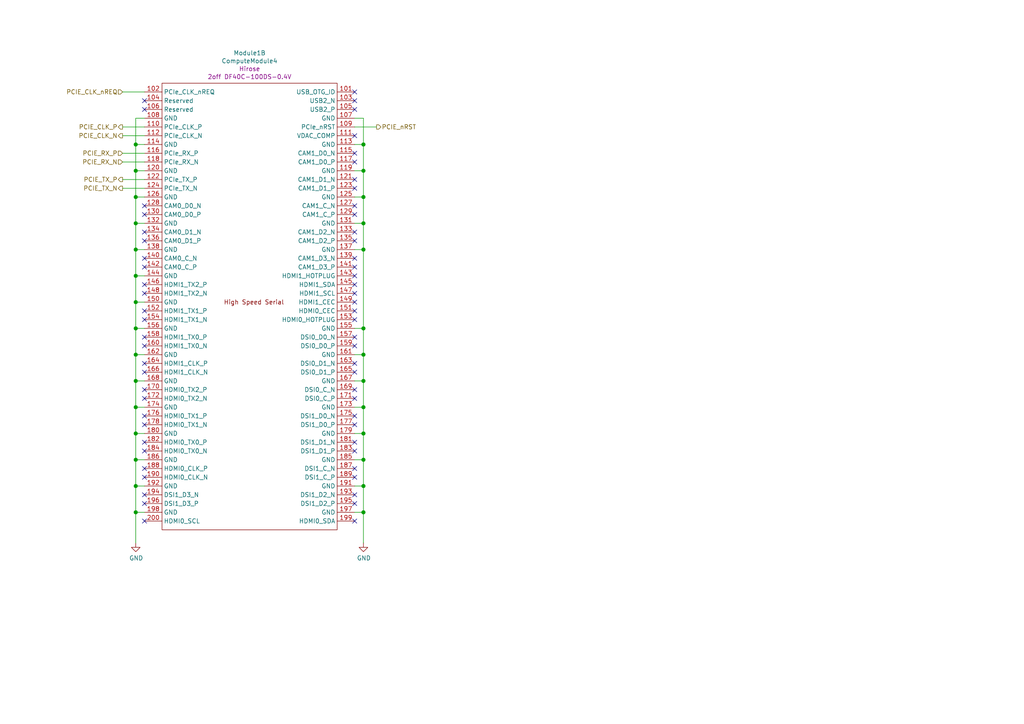
<source format=kicad_sch>
(kicad_sch (version 20210126) (generator eeschema)
  (paper "A4")
  (title_block (title "AP3500v2") (date "2021-01-19") (rev "1") (company "(c) ISis ImageStream Internet Solutions 2020") (comment 1 "www.imagestream.com"))
  (lib_symbols
    (symbol "AP3500:ComputeModule4-CM4"
      (property "Reference" "Module" (at 113.03 -68.58 0))
      (property "Value" "ComputeModule4-CM4" (at 140.97 2.54 0))
      (property "Field4" "Hirose" (at 0 0 0))
      (property "Field5" "2x DF40C-100DS-0.4V" (at 0 -2.54 0))
      (symbol "ComputeModule4-CM4_1_0"
        (text "GPIO" (at 0 6.35 0) (effects (font (size 1.27 1.27))))
      )
      (symbol "ComputeModule4-CM4_1_1"
        (text "600mA Max" (at -8.89 -53.34 0) (effects (font (size 1.27 1.27))))
        (text "600mA Max" (at -8.89 -48.26 0) (effects (font (size 1.27 1.27))))
        (text "NB SD signals are only available" (at -1.27 -27.94 0) (effects (font (size 1.27 1.27))))
        (text "on modules without eMMC" (at -1.27 -30.48 0) (effects (font (size 1.27 1.27))))
        (rectangle (start -30.48 -71.12) (end 25.4 58.42))
        (pin power_in line (at 27.94 55.88 180) (length 2.54) (name "GND") (number "1"))
        (pin passive line (at -33.02 45.72 0) (length 2.54) (name "Ethernet_Pair0_N") (number "10"))
        (pin output line (at -33.02 -68.58 0) (length 2.54) (name "nEXTRST") (number "100"))
        (pin passive line (at 27.94 43.18 180) (length 2.54) (name "Ethernet_Pair2_P") (number "11"))
        (pin passive line (at -33.02 43.18 0) (length 2.54) (name "Ethernet_Pair0_P") (number "12"))
        (pin power_in line (at 27.94 40.64 180) (length 2.54) (name "GND") (number "13"))
        (pin power_in line (at -33.02 40.64 0) (length 2.54) (name "GND") (number "14"))
        (pin output line (at 27.94 38.1 180) (length 2.54) (name "Ethernet_nLED3(3.3v)") (number "15"))
        (pin input line (at -33.02 38.1 0) (length 2.54) (name "Ethernet_SYNC_IN(1.8v)") (number "16"))
        (pin output line (at 27.94 35.56 180) (length 2.54) (name "Ethernet_nLED2(3.3v)") (number "17"))
        (pin input line (at -33.02 35.56 0) (length 2.54) (name "Ethernet_SYNC_OUT(1.8v)") (number "18"))
        (pin output line (at 27.94 33.02 180) (length 2.54) (name "Ethernet_nLED1(3.3v)") (number "19"))
        (pin power_in line (at -33.02 55.88 0) (length 2.54) (name "GND") (number "2"))
        (pin passive line (at -33.02 33.02 0) (length 2.54) (name "EEPROM_nWP") (number "20"))
        (pin open_collector line (at 27.94 30.48 180) (length 2.54) (name "PI_nLED_Activity") (number "21"))
        (pin power_in line (at -33.02 30.48 0) (length 2.54) (name "GND") (number "22"))
        (pin power_in line (at 27.94 27.94 180) (length 2.54) (name "GND") (number "23"))
        (pin passive line (at -33.02 27.94 0) (length 2.54) (name "GPIO26") (number "24"))
        (pin passive line (at 27.94 25.4 180) (length 2.54) (name "GPIO21") (number "25"))
        (pin passive line (at -33.02 25.4 0) (length 2.54) (name "GPIO19") (number "26"))
        (pin passive line (at 27.94 22.86 180) (length 2.54) (name "GPIO20") (number "27"))
        (pin passive line (at -33.02 22.86 0) (length 2.54) (name "GPIO13") (number "28"))
        (pin passive line (at 27.94 20.32 180) (length 2.54) (name "GPIO16") (number "29"))
        (pin passive line (at 27.94 53.34 180) (length 2.54) (name "Ethernet_Pair3_P") (number "3"))
        (pin passive line (at -33.02 20.32 0) (length 2.54) (name "GPIO6") (number "30"))
        (pin passive line (at 27.94 17.78 180) (length 2.54) (name "GPIO12") (number "31"))
        (pin power_in line (at -33.02 17.78 0) (length 2.54) (name "GND") (number "32"))
        (pin power_in line (at 27.94 15.24 180) (length 2.54) (name "GND") (number "33"))
        (pin passive line (at -33.02 15.24 0) (length 2.54) (name "GPIO5") (number "34"))
        (pin passive line (at 27.94 12.7 180) (length 2.54) (name "ID_SC") (number "35"))
        (pin passive line (at -33.02 12.7 0) (length 2.54) (name "ID_SD") (number "36"))
        (pin passive line (at 27.94 10.16 180) (length 2.54) (name "GPIO7") (number "37"))
        (pin passive line (at -33.02 10.16 0) (length 2.54) (name "GPIO11") (number "38"))
        (pin passive line (at 27.94 7.62 180) (length 2.54) (name "GPIO8") (number "39"))
        (pin passive line (at -33.02 53.34 0) (length 2.54) (name "Ethernet_Pair1_P") (number "4"))
        (pin passive line (at -33.02 7.62 0) (length 2.54) (name "GPIO9") (number "40"))
        (pin passive line (at 27.94 5.08 180) (length 2.54) (name "GPIO25") (number "41"))
        (pin power_in line (at -33.02 5.08 0) (length 2.54) (name "GND") (number "42"))
        (pin power_in line (at 27.94 2.54 180) (length 2.54) (name "GND") (number "43"))
        (pin passive line (at -33.02 2.54 0) (length 2.54) (name "GPIO10") (number "44"))
        (pin passive line (at 27.94 0 180) (length 2.54) (name "GPIO24") (number "45"))
        (pin passive line (at -33.02 0 0) (length 2.54) (name "GPIO22") (number "46"))
        (pin passive line (at 27.94 -2.54 180) (length 2.54) (name "GPIO23") (number "47"))
        (pin passive line (at -33.02 -2.54 0) (length 2.54) (name "GPIO27") (number "48"))
        (pin passive line (at 27.94 -5.08 180) (length 2.54) (name "GPIO18") (number "49"))
        (pin passive line (at 27.94 50.8 180) (length 2.54) (name "Ethernet_Pair3_N") (number "5"))
        (pin passive line (at -33.02 -5.08 0) (length 2.54) (name "GPIO17") (number "50"))
        (pin passive line (at 27.94 -7.62 180) (length 2.54) (name "GPIO15") (number "51"))
        (pin power_in line (at -33.02 -7.62 0) (length 2.54) (name "GND") (number "52"))
        (pin power_in line (at 27.94 -10.16 180) (length 2.54) (name "GND") (number "53"))
        (pin passive line (at -33.02 -10.16 0) (length 2.54) (name "GPIO4") (number "54"))
        (pin passive line (at 27.94 -12.7 180) (length 2.54) (name "GPIO14") (number "55"))
        (pin passive line (at -33.02 -12.7 0) (length 2.54) (name "GPIO3") (number "56"))
        (pin passive line (at 27.94 -15.24 180) (length 2.54) (name "SD_CLK") (number "57"))
        (pin passive line (at -33.02 -15.24 0) (length 2.54) (name "GPIO2") (number "58"))
        (pin power_in line (at 27.94 -17.78 180) (length 2.54) (name "GND") (number "59"))
        (pin passive line (at -33.02 50.8 0) (length 2.54) (name "Ethernet_Pair1_N") (number "6"))
        (pin power_in line (at -33.02 -17.78 0) (length 2.54) (name "GND") (number "60"))
        (pin passive line (at 27.94 -20.32 180) (length 2.54) (name "SD_DAT3") (number "61"))
        (pin passive line (at -33.02 -20.32 0) (length 2.54) (name "SD_CMD") (number "62"))
        (pin passive line (at 27.94 -22.86 180) (length 2.54) (name "SD_DAT0") (number "63"))
        (pin passive line (at -33.02 -22.86 0) (length 2.54) (name "SD_DAT5") (number "64"))
        (pin power_in line (at 27.94 -25.4 180) (length 2.54) (name "GND") (number "65"))
        (pin power_in line (at -33.02 -25.4 0) (length 2.54) (name "GND") (number "66"))
        (pin passive line (at 27.94 -27.94 180) (length 2.54) (name "SD_DAT1") (number "67"))
        (pin passive line (at -33.02 -27.94 0) (length 2.54) (name "SD_DAT4") (number "68"))
        (pin passive line (at 27.94 -30.48 180) (length 2.54) (name "SD_DAT2") (number "69"))
        (pin power_in line (at 27.94 48.26 180) (length 2.54) (name "GND") (number "7"))
        (pin passive line (at -33.02 -30.48 0) (length 2.54) (name "SD_DAT7") (number "70"))
        (pin power_in line (at 27.94 -33.02 180) (length 2.54) (name "GND") (number "71"))
        (pin passive line (at -33.02 -33.02 0) (length 2.54) (name "SD_DAT6") (number "72"))
        (pin input line (at 27.94 -35.56 180) (length 2.54) (name "SD_VDD_Override") (number "73"))
        (pin power_in line (at -33.02 -35.56 0) (length 2.54) (name "GND") (number "74"))
        (pin output line (at 27.94 -38.1 180) (length 2.54) (name "SD_PWR_ON") (number "75"))
        (pin passive line (at -33.02 -38.1 0) (length 2.54) (name "Reserved") (number "76"))
        (pin power_in line (at 27.94 -40.64 180) (length 2.54) (name "+5v_(Input)") (number "77"))
        (pin power_in line (at -33.02 -40.64 0) (length 2.54) (name "GPIO_VREF(1.8v/3.3v_Input)") (number "78"))
        (pin power_in line (at 27.94 -43.18 180) (length 2.54) (name "+5v_(Input)") (number "79"))
        (pin power_in line (at -33.02 48.26 0) (length 2.54) (name "GND") (number "8"))
        (pin passive line (at -33.02 -43.18 0) (length 2.54) (name "SCL0") (number "80"))
        (pin power_in line (at 27.94 -45.72 180) (length 2.54) (name "+5v_(Input)") (number "81"))
        (pin passive line (at -33.02 -45.72 0) (length 2.54) (name "SDA0") (number "82"))
        (pin power_in line (at 27.94 -48.26 180) (length 2.54) (name "+5v_(Input)") (number "83"))
        (pin power_out line (at -33.02 -48.26 0) (length 2.54) (name "+3.3v_(Output)") (number "84"))
        (pin power_in line (at 27.94 -50.8 180) (length 2.54) (name "+5v_(Input)") (number "85"))
        (pin power_out line (at -33.02 -50.8 0) (length 2.54) (name "+3.3v_(Output)") (number "86"))
        (pin power_in line (at 27.94 -53.34 180) (length 2.54) (name "+5v_(Input)") (number "87"))
        (pin power_out line (at -33.02 -53.34 0) (length 2.54) (name "+1.8v_(Output)") (number "88"))
        (pin power_in line (at 27.94 -55.88 180) (length 2.54) (name "WiFi_nDisable") (number "89"))
        (pin passive line (at 27.94 45.72 180) (length 2.54) (name "Ethernet_Pair2_N") (number "9"))
        (pin power_out line (at -33.02 -55.88 0) (length 2.54) (name "+1.8v_(Output)") (number "90"))
        (pin power_in line (at 27.94 -58.42 180) (length 2.54) (name "BT_nDisable") (number "91"))
        (pin passive line (at -33.02 -58.42 0) (length 2.54) (name "RUN_PG") (number "92"))
        (pin input line (at 27.94 -60.96 180) (length 2.54) (name "nRPIBOOT") (number "93"))
        (pin passive line (at -33.02 -60.96 0) (length 2.54) (name "AnalogIP0") (number "94"))
        (pin output line (at 27.94 -63.5 180) (length 2.54) (name "nPI_LED_PWR") (number "95"))
        (pin passive line (at -33.02 -63.5 0) (length 2.54) (name "AnalogIP1") (number "96"))
        (pin passive line (at 27.94 -66.04 180) (length 2.54) (name "Camera_GPIO") (number "97"))
        (pin power_in line (at -33.02 -66.04 0) (length 2.54) (name "GND") (number "98"))
        (pin input line (at 27.94 -68.58 180) (length 2.54) (name "Global_EN") (number "99"))
      )
      (symbol "ComputeModule4-CM4_2_1"
        (text "High Speed Serial" (at 140.97 0 0) (effects (font (size 1.27 1.27))))
        (rectangle (start 114.3 -66.04) (end 165.1 63.5))
        (pin input line (at 170.18 60.96 180) (length 5.08) (name "USB_OTG_ID") (number "101"))
        (pin input line (at 109.22 60.96 0) (length 5.08) (name "PCIe_CLK_nREQ") (number "102"))
        (pin passive line (at 170.18 58.42 180) (length 5.08) (name "USB2_N") (number "103"))
        (pin passive line (at 109.22 58.42 0) (length 5.08) (name "Reserved") (number "104"))
        (pin passive line (at 170.18 55.88 180) (length 5.08) (name "USB2_P") (number "105"))
        (pin passive line (at 109.22 55.88 0) (length 5.08) (name "Reserved") (number "106"))
        (pin power_in line (at 170.18 53.34 180) (length 5.08) (name "GND") (number "107"))
        (pin power_in line (at 109.22 53.34 0) (length 5.08) (name "GND") (number "108"))
        (pin bidirectional line (at 170.18 50.8 180) (length 5.08) (name "PCIe_nRST") (number "109"))
        (pin output line (at 109.22 50.8 0) (length 5.08) (name "PCIe_CLK_P") (number "110"))
        (pin passive line (at 170.18 48.26 180) (length 5.08) (name "VDAC_COMP") (number "111"))
        (pin output line (at 109.22 48.26 0) (length 5.08) (name "PCIe_CLK_N") (number "112"))
        (pin power_in line (at 170.18 45.72 180) (length 5.08) (name "GND") (number "113"))
        (pin power_in line (at 109.22 45.72 0) (length 5.08) (name "GND") (number "114"))
        (pin input line (at 170.18 43.18 180) (length 5.08) (name "CAM1_D0_N") (number "115"))
        (pin input line (at 109.22 43.18 0) (length 5.08) (name "PCIe_RX_P") (number "116"))
        (pin input line (at 170.18 40.64 180) (length 5.08) (name "CAM1_D0_P") (number "117"))
        (pin input line (at 109.22 40.64 0) (length 5.08) (name "PCIe_RX_N") (number "118"))
        (pin power_in line (at 170.18 38.1 180) (length 5.08) (name "GND") (number "119"))
        (pin power_in line (at 109.22 38.1 0) (length 5.08) (name "GND") (number "120"))
        (pin input line (at 170.18 35.56 180) (length 5.08) (name "CAM1_D1_N") (number "121"))
        (pin output line (at 109.22 35.56 0) (length 5.08) (name "PCIe_TX_P") (number "122"))
        (pin input line (at 170.18 33.02 180) (length 5.08) (name "CAM1_D1_P") (number "123"))
        (pin output line (at 109.22 33.02 0) (length 5.08) (name "PCIe_TX_N") (number "124"))
        (pin power_in line (at 170.18 30.48 180) (length 5.08) (name "GND") (number "125"))
        (pin power_in line (at 109.22 30.48 0) (length 5.08) (name "GND") (number "126"))
        (pin input line (at 170.18 27.94 180) (length 5.08) (name "CAM1_C_N") (number "127"))
        (pin input line (at 109.22 27.94 0) (length 5.08) (name "CAM0_D0_N") (number "128"))
        (pin input line (at 170.18 25.4 180) (length 5.08) (name "CAM1_C_P") (number "129"))
        (pin input line (at 109.22 25.4 0) (length 5.08) (name "CAM0_D0_P") (number "130"))
        (pin power_in line (at 170.18 22.86 180) (length 5.08) (name "GND") (number "131"))
        (pin power_in line (at 109.22 22.86 0) (length 5.08) (name "GND") (number "132"))
        (pin input line (at 170.18 20.32 180) (length 5.08) (name "CAM1_D2_N") (number "133"))
        (pin input line (at 109.22 20.32 0) (length 5.08) (name "CAM0_D1_N") (number "134"))
        (pin input line (at 170.18 17.78 180) (length 5.08) (name "CAM1_D2_P") (number "135"))
        (pin input line (at 109.22 17.78 0) (length 5.08) (name "CAM0_D1_P") (number "136"))
        (pin power_in line (at 170.18 15.24 180) (length 5.08) (name "GND") (number "137"))
        (pin power_in line (at 109.22 15.24 0) (length 5.08) (name "GND") (number "138"))
        (pin input line (at 170.18 12.7 180) (length 5.08) (name "CAM1_D3_N") (number "139"))
        (pin input line (at 109.22 12.7 0) (length 5.08) (name "CAM0_C_N") (number "140"))
        (pin input line (at 170.18 10.16 180) (length 5.08) (name "CAM1_D3_P") (number "141"))
        (pin input line (at 109.22 10.16 0) (length 5.08) (name "CAM0_C_P") (number "142"))
        (pin input line (at 170.18 7.62 180) (length 5.08) (name "HDMI1_HOTPLUG") (number "143"))
        (pin power_in line (at 109.22 7.62 0) (length 5.08) (name "GND") (number "144"))
        (pin bidirectional line (at 170.18 5.08 180) (length 5.08) (name "HDMI1_SDA") (number "145"))
        (pin output line (at 109.22 5.08 0) (length 5.08) (name "HDMI1_TX2_P") (number "146"))
        (pin open_collector line (at 170.18 2.54 180) (length 5.08) (name "HDMI1_SCL") (number "147"))
        (pin output line (at 109.22 2.54 0) (length 5.08) (name "HDMI1_TX2_N") (number "148"))
        (pin open_collector line (at 170.18 0 180) (length 5.08) (name "HDMI1_CEC") (number "149"))
        (pin power_in line (at 109.22 0 0) (length 5.08) (name "GND") (number "150"))
        (pin open_collector line (at 170.18 -2.54 180) (length 5.08) (name "HDMI0_CEC") (number "151"))
        (pin output line (at 109.22 -2.54 0) (length 5.08) (name "HDMI1_TX1_P") (number "152"))
        (pin input line (at 170.18 -5.08 180) (length 5.08) (name "HDMI0_HOTPLUG") (number "153"))
        (pin output line (at 109.22 -5.08 0) (length 5.08) (name "HDMI1_TX1_N") (number "154"))
        (pin power_in line (at 170.18 -7.62 180) (length 5.08) (name "GND") (number "155"))
        (pin power_in line (at 109.22 -7.62 0) (length 5.08) (name "GND") (number "156"))
        (pin output line (at 170.18 -10.16 180) (length 5.08) (name "DSI0_D0_N") (number "157"))
        (pin output line (at 109.22 -10.16 0) (length 5.08) (name "HDMI1_TX0_P") (number "158"))
        (pin output line (at 170.18 -12.7 180) (length 5.08) (name "DSI0_D0_P") (number "159"))
        (pin output line (at 109.22 -12.7 0) (length 5.08) (name "HDMI1_TX0_N") (number "160"))
        (pin power_in line (at 170.18 -15.24 180) (length 5.08) (name "GND") (number "161"))
        (pin power_in line (at 109.22 -15.24 0) (length 5.08) (name "GND") (number "162"))
        (pin output line (at 170.18 -17.78 180) (length 5.08) (name "DSI0_D1_N") (number "163"))
        (pin output line (at 109.22 -17.78 0) (length 5.08) (name "HDMI1_CLK_P") (number "164"))
        (pin output line (at 170.18 -20.32 180) (length 5.08) (name "DSI0_D1_P") (number "165"))
        (pin output line (at 109.22 -20.32 0) (length 5.08) (name "HDMI1_CLK_N") (number "166"))
        (pin power_in line (at 170.18 -22.86 180) (length 5.08) (name "GND") (number "167"))
        (pin power_in line (at 109.22 -22.86 0) (length 5.08) (name "GND") (number "168"))
        (pin output line (at 170.18 -25.4 180) (length 5.08) (name "DSI0_C_N") (number "169"))
        (pin output line (at 109.22 -25.4 0) (length 5.08) (name "HDMI0_TX2_P") (number "170"))
        (pin output line (at 170.18 -27.94 180) (length 5.08) (name "DSI0_C_P") (number "171"))
        (pin output line (at 109.22 -27.94 0) (length 5.08) (name "HDMI0_TX2_N") (number "172"))
        (pin power_in line (at 170.18 -30.48 180) (length 5.08) (name "GND") (number "173"))
        (pin power_in line (at 109.22 -30.48 0) (length 5.08) (name "GND") (number "174"))
        (pin output line (at 170.18 -33.02 180) (length 5.08) (name "DSI1_D0_N") (number "175"))
        (pin output line (at 109.22 -33.02 0) (length 5.08) (name "HDMI0_TX1_P") (number "176"))
        (pin output line (at 170.18 -35.56 180) (length 5.08) (name "DSI1_D0_P") (number "177"))
        (pin output line (at 109.22 -35.56 0) (length 5.08) (name "HDMI0_TX1_N") (number "178"))
        (pin power_in line (at 170.18 -38.1 180) (length 5.08) (name "GND") (number "179"))
        (pin power_in line (at 109.22 -38.1 0) (length 5.08) (name "GND") (number "180"))
        (pin output line (at 170.18 -40.64 180) (length 5.08) (name "DSI1_D1_N") (number "181"))
        (pin output line (at 109.22 -40.64 0) (length 5.08) (name "HDMI0_TX0_P") (number "182"))
        (pin output line (at 170.18 -43.18 180) (length 5.08) (name "DSI1_D1_P") (number "183"))
        (pin output line (at 109.22 -43.18 0) (length 5.08) (name "HDMI0_TX0_N") (number "184"))
        (pin power_in line (at 170.18 -45.72 180) (length 5.08) (name "GND") (number "185"))
        (pin power_in line (at 109.22 -45.72 0) (length 5.08) (name "GND") (number "186"))
        (pin output line (at 170.18 -48.26 180) (length 5.08) (name "DSI1_C_N") (number "187"))
        (pin output line (at 109.22 -48.26 0) (length 5.08) (name "HDMI0_CLK_P") (number "188"))
        (pin output line (at 170.18 -50.8 180) (length 5.08) (name "DSI1_C_P") (number "189"))
        (pin output line (at 109.22 -50.8 0) (length 5.08) (name "HDMI0_CLK_N") (number "190"))
        (pin power_in line (at 170.18 -53.34 180) (length 5.08) (name "GND") (number "191"))
        (pin power_in line (at 109.22 -53.34 0) (length 5.08) (name "GND") (number "192"))
        (pin output line (at 170.18 -55.88 180) (length 5.08) (name "DSI1_D2_N") (number "193"))
        (pin output line (at 109.22 -55.88 0) (length 5.08) (name "DSI1_D3_N") (number "194"))
        (pin output line (at 170.18 -58.42 180) (length 5.08) (name "DSI1_D2_P") (number "195"))
        (pin output line (at 109.22 -58.42 0) (length 5.08) (name "DSI1_D3_P") (number "196"))
        (pin power_in line (at 170.18 -60.96 180) (length 5.08) (name "GND") (number "197"))
        (pin power_in line (at 109.22 -60.96 0) (length 5.08) (name "GND") (number "198"))
        (pin bidirectional line (at 170.18 -63.5 180) (length 5.08) (name "HDMI0_SDA") (number "199"))
        (pin open_collector line (at 109.22 -63.5 0) (length 5.08) (name "HDMI0_SCL") (number "200"))
      )
    )
    (symbol "power:GND" (power) (pin_names (offset 0))
      (property "Value" "GND" (at 0 -3.81 0))
      (symbol "GND_0_1"
        (polyline (pts (xy 0 0) (xy 0 -1.27) (xy 1.27 -1.27) (xy 0 -2.54) (xy -1.27 -1.27) (xy 0 -1.27)))
      )
      (symbol "GND_1_1"
        (pin power_in line (at 0 0 270) (length 0) hide (name "GND") (number "1"))
      )
    )
  )
  (junction (at 39.37 41.91) (diameter 1.016))
  (junction (at 39.37 49.53) (diameter 1.016))
  (junction (at 39.37 57.15) (diameter 1.016))
  (junction (at 39.37 64.77) (diameter 1.016))
  (junction (at 39.37 72.39) (diameter 1.016))
  (junction (at 39.37 80.01) (diameter 1.016))
  (junction (at 39.37 87.63) (diameter 1.016))
  (junction (at 39.37 95.25) (diameter 1.016))
  (junction (at 39.37 102.87) (diameter 1.016))
  (junction (at 39.37 110.49) (diameter 1.016))
  (junction (at 39.37 118.11) (diameter 1.016))
  (junction (at 39.37 125.73) (diameter 1.016))
  (junction (at 39.37 133.35) (diameter 1.016))
  (junction (at 39.37 140.97) (diameter 1.016))
  (junction (at 39.37 148.59) (diameter 1.016))
  (junction (at 105.41 41.91) (diameter 1.016))
  (junction (at 105.41 49.53) (diameter 1.016))
  (junction (at 105.41 57.15) (diameter 1.016))
  (junction (at 105.41 64.77) (diameter 1.016))
  (junction (at 105.41 72.39) (diameter 1.016))
  (junction (at 105.41 95.25) (diameter 1.016))
  (junction (at 105.41 102.87) (diameter 1.016))
  (junction (at 105.41 110.49) (diameter 1.016))
  (junction (at 105.41 118.11) (diameter 1.016))
  (junction (at 105.41 125.73) (diameter 1.016))
  (junction (at 105.41 133.35) (diameter 1.016))
  (junction (at 105.41 140.97) (diameter 1.016))
  (junction (at 105.41 148.59) (diameter 1.016))
  (no_connect (at 41.91 29.21))
  (no_connect (at 41.91 31.75))
  (no_connect (at 41.91 59.69))
  (no_connect (at 41.91 62.23))
  (no_connect (at 41.91 67.31))
  (no_connect (at 41.91 69.85))
  (no_connect (at 41.91 74.93))
  (no_connect (at 41.91 77.47))
  (no_connect (at 41.91 82.55))
  (no_connect (at 41.91 85.09))
  (no_connect (at 41.91 90.17))
  (no_connect (at 41.91 92.71))
  (no_connect (at 41.91 97.79))
  (no_connect (at 41.91 100.33))
  (no_connect (at 41.91 105.41))
  (no_connect (at 41.91 107.95))
  (no_connect (at 41.91 113.03))
  (no_connect (at 41.91 115.57))
  (no_connect (at 41.91 120.65))
  (no_connect (at 41.91 123.19))
  (no_connect (at 41.91 128.27))
  (no_connect (at 41.91 130.81))
  (no_connect (at 41.91 135.89))
  (no_connect (at 41.91 138.43))
  (no_connect (at 41.91 143.51))
  (no_connect (at 41.91 146.05))
  (no_connect (at 41.91 151.13))
  (no_connect (at 102.87 26.67))
  (no_connect (at 102.87 29.21))
  (no_connect (at 102.87 31.75))
  (no_connect (at 102.87 39.37))
  (no_connect (at 102.87 44.45))
  (no_connect (at 102.87 46.99))
  (no_connect (at 102.87 52.07))
  (no_connect (at 102.87 54.61))
  (no_connect (at 102.87 59.69))
  (no_connect (at 102.87 62.23))
  (no_connect (at 102.87 67.31))
  (no_connect (at 102.87 69.85))
  (no_connect (at 102.87 74.93))
  (no_connect (at 102.87 77.47))
  (no_connect (at 102.87 80.01))
  (no_connect (at 102.87 82.55))
  (no_connect (at 102.87 85.09))
  (no_connect (at 102.87 87.63))
  (no_connect (at 102.87 90.17))
  (no_connect (at 102.87 92.71))
  (no_connect (at 102.87 97.79))
  (no_connect (at 102.87 100.33))
  (no_connect (at 102.87 105.41))
  (no_connect (at 102.87 107.95))
  (no_connect (at 102.87 113.03))
  (no_connect (at 102.87 115.57))
  (no_connect (at 102.87 120.65))
  (no_connect (at 102.87 123.19))
  (no_connect (at 102.87 128.27))
  (no_connect (at 102.87 130.81))
  (no_connect (at 102.87 135.89))
  (no_connect (at 102.87 138.43))
  (no_connect (at 102.87 143.51))
  (no_connect (at 102.87 146.05))
  (no_connect (at 102.87 151.13))
  (wire (pts (xy 35.56 26.67) (xy 41.91 26.67)))
  (wire (pts (xy 35.56 36.83) (xy 41.91 36.83)))
  (wire (pts (xy 35.56 39.37) (xy 41.91 39.37)))
  (wire (pts (xy 35.56 52.07) (xy 41.91 52.07)))
  (wire (pts (xy 35.56 54.61) (xy 41.91 54.61)))
  (wire (pts (xy 39.37 34.29) (xy 39.37 41.91)))
  (wire (pts (xy 39.37 41.91) (xy 39.37 49.53)))
  (wire (pts (xy 39.37 41.91) (xy 41.91 41.91)))
  (wire (pts (xy 39.37 49.53) (xy 39.37 57.15)))
  (wire (pts (xy 39.37 49.53) (xy 41.91 49.53)))
  (wire (pts (xy 39.37 57.15) (xy 39.37 64.77)))
  (wire (pts (xy 39.37 57.15) (xy 41.91 57.15)))
  (wire (pts (xy 39.37 64.77) (xy 39.37 72.39)))
  (wire (pts (xy 39.37 64.77) (xy 41.91 64.77)))
  (wire (pts (xy 39.37 72.39) (xy 39.37 80.01)))
  (wire (pts (xy 39.37 72.39) (xy 41.91 72.39)))
  (wire (pts (xy 39.37 80.01) (xy 39.37 87.63)))
  (wire (pts (xy 39.37 80.01) (xy 41.91 80.01)))
  (wire (pts (xy 39.37 87.63) (xy 39.37 95.25)))
  (wire (pts (xy 39.37 87.63) (xy 41.91 87.63)))
  (wire (pts (xy 39.37 95.25) (xy 39.37 102.87)))
  (wire (pts (xy 39.37 95.25) (xy 41.91 95.25)))
  (wire (pts (xy 39.37 102.87) (xy 39.37 110.49)))
  (wire (pts (xy 39.37 102.87) (xy 41.91 102.87)))
  (wire (pts (xy 39.37 110.49) (xy 39.37 118.11)))
  (wire (pts (xy 39.37 110.49) (xy 41.91 110.49)))
  (wire (pts (xy 39.37 118.11) (xy 39.37 125.73)))
  (wire (pts (xy 39.37 118.11) (xy 41.91 118.11)))
  (wire (pts (xy 39.37 125.73) (xy 39.37 133.35)))
  (wire (pts (xy 39.37 125.73) (xy 41.91 125.73)))
  (wire (pts (xy 39.37 133.35) (xy 39.37 140.97)))
  (wire (pts (xy 39.37 133.35) (xy 41.91 133.35)))
  (wire (pts (xy 39.37 140.97) (xy 39.37 148.59)))
  (wire (pts (xy 39.37 148.59) (xy 39.37 157.48)))
  (wire (pts (xy 41.91 34.29) (xy 39.37 34.29)))
  (wire (pts (xy 41.91 44.45) (xy 35.56 44.45)))
  (wire (pts (xy 41.91 46.99) (xy 35.56 46.99)))
  (wire (pts (xy 41.91 140.97) (xy 39.37 140.97)))
  (wire (pts (xy 41.91 148.59) (xy 39.37 148.59)))
  (wire (pts (xy 102.87 36.83) (xy 109.22 36.83)))
  (wire (pts (xy 102.87 41.91) (xy 105.41 41.91)))
  (wire (pts (xy 102.87 49.53) (xy 105.41 49.53)))
  (wire (pts (xy 102.87 57.15) (xy 105.41 57.15)))
  (wire (pts (xy 102.87 64.77) (xy 105.41 64.77)))
  (wire (pts (xy 102.87 72.39) (xy 105.41 72.39)))
  (wire (pts (xy 102.87 95.25) (xy 105.41 95.25)))
  (wire (pts (xy 102.87 102.87) (xy 105.41 102.87)))
  (wire (pts (xy 102.87 110.49) (xy 105.41 110.49)))
  (wire (pts (xy 102.87 118.11) (xy 105.41 118.11)))
  (wire (pts (xy 102.87 125.73) (xy 105.41 125.73)))
  (wire (pts (xy 102.87 133.35) (xy 105.41 133.35)))
  (wire (pts (xy 102.87 140.97) (xy 105.41 140.97)))
  (wire (pts (xy 102.87 148.59) (xy 105.41 148.59)))
  (wire (pts (xy 105.41 34.29) (xy 102.87 34.29)))
  (wire (pts (xy 105.41 41.91) (xy 105.41 34.29)))
  (wire (pts (xy 105.41 49.53) (xy 105.41 41.91)))
  (wire (pts (xy 105.41 57.15) (xy 105.41 49.53)))
  (wire (pts (xy 105.41 64.77) (xy 105.41 57.15)))
  (wire (pts (xy 105.41 72.39) (xy 105.41 64.77)))
  (wire (pts (xy 105.41 72.39) (xy 105.41 95.25)))
  (wire (pts (xy 105.41 95.25) (xy 105.41 102.87)))
  (wire (pts (xy 105.41 102.87) (xy 105.41 110.49)))
  (wire (pts (xy 105.41 110.49) (xy 105.41 118.11)))
  (wire (pts (xy 105.41 118.11) (xy 105.41 125.73)))
  (wire (pts (xy 105.41 125.73) (xy 105.41 133.35)))
  (wire (pts (xy 105.41 133.35) (xy 105.41 140.97)))
  (wire (pts (xy 105.41 140.97) (xy 105.41 148.59)))
  (wire (pts (xy 105.41 148.59) (xy 105.41 157.48)))
  (hierarchical_label "PCIE_CLK_nREQ" (shape input) (at 35.56 26.67 180))
  (hierarchical_label "PCIE_CLK_P" (shape output) (at 35.56 36.83 180))
  (hierarchical_label "PCIE_CLK_N" (shape output) (at 35.56 39.37 180))
  (hierarchical_label "PCIE_RX_P" (shape input) (at 35.56 44.45 180))
  (hierarchical_label "PCIE_RX_N" (shape input) (at 35.56 46.99 180))
  (hierarchical_label "PCIE_TX_P" (shape output) (at 35.56 52.07 180))
  (hierarchical_label "PCIE_TX_N" (shape output) (at 35.56 54.61 180))
  (hierarchical_label "PCIE_nRST" (shape output) (at 109.22 36.83 0))
  (symbol (lib_id "power:GND") (at 39.37 157.48 0) (unit 1)
    (property "Reference" "#PWR0131" (effects hide))
    (property "Value" "GND" (at 39.497 161.8742 0))
  )
  (symbol (lib_id "power:GND") (at 105.41 157.48 0) (unit 1)
    (property "Reference" "#PWR0130" (effects hide))
    (property "Value" "GND" (at 105.537 161.8742 0))
  )
  (symbol (lib_id "AP3500:ComputeModule4-CM4") (at -67.31 87.63 0) (unit 2)
    (property "Reference" "Module1" (at 72.39 15.367 0))
    (property "Value" "ComputeModule4" (at 72.39 17.6784 0))
    (property "Footprint" "AP3500:Raspberry-Pi-4-Compute-Module" (effects hide))
    (property "Field4" "Hirose" (at 72.39 19.9644 0))
    (property "Field5" "2off DF40C-100DS-0.4V" (at 72.39 22.2758 0))
    (property "Field6" "2off DF40C-100DS-0.4V" (effects hide))
    (property "Field7" "Hirose" (effects hide))
    (property "Part Description" "	100 Position Connector Receptacle, Center Strip Contacts Surface Mount Gold" (effects hide))
    (property "PartsBoxID" "DF40C-100DS-0.4V(51)" (effects hide))
  )
)
</source>
